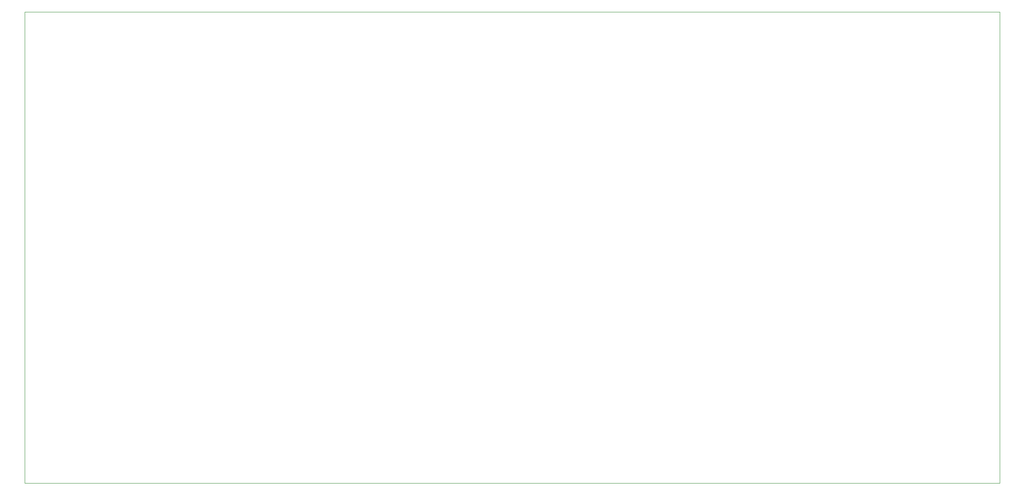
<source format=gbr>
%TF.GenerationSoftware,KiCad,Pcbnew,9.0.0*%
%TF.CreationDate,2025-07-16T00:17:05+02:00*%
%TF.ProjectId,OpenSpritzer2,4f70656e-5370-4726-9974-7a6572322e6b,rev?*%
%TF.SameCoordinates,Original*%
%TF.FileFunction,Profile,NP*%
%FSLAX46Y46*%
G04 Gerber Fmt 4.6, Leading zero omitted, Abs format (unit mm)*
G04 Created by KiCad (PCBNEW 9.0.0) date 2025-07-16 00:17:05*
%MOMM*%
%LPD*%
G01*
G04 APERTURE LIST*
%TA.AperFunction,Profile*%
%ADD10C,0.100000*%
%TD*%
G04 APERTURE END LIST*
D10*
X12050000Y-12050000D02*
X205850000Y-12050000D01*
X205850000Y-105850000D01*
X12050000Y-105850000D01*
X12050000Y-12050000D01*
M02*

</source>
